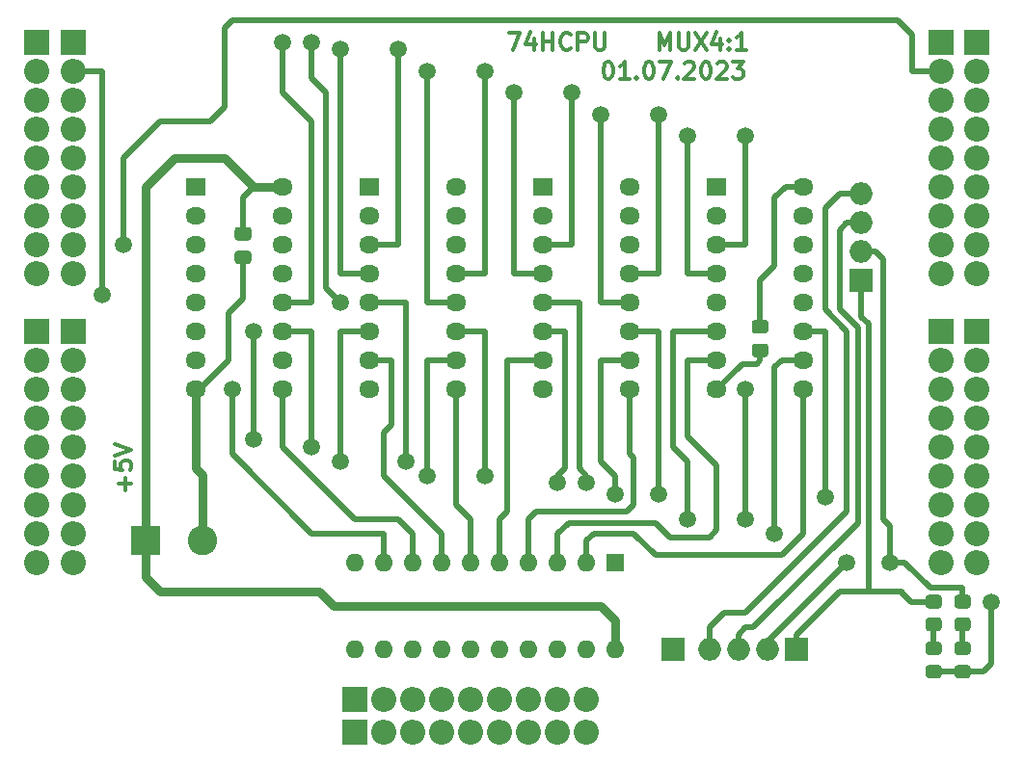
<source format=gbr>
%TF.GenerationSoftware,KiCad,Pcbnew,(5.1.8)-1*%
%TF.CreationDate,2023-07-01T01:21:54+03:00*%
%TF.ProjectId,MUX4x1,4d555834-7831-42e6-9b69-6361645f7063,rev?*%
%TF.SameCoordinates,Original*%
%TF.FileFunction,Copper,L1,Top*%
%TF.FilePolarity,Positive*%
%FSLAX46Y46*%
G04 Gerber Fmt 4.6, Leading zero omitted, Abs format (unit mm)*
G04 Created by KiCad (PCBNEW (5.1.8)-1) date 2023-07-01 01:21:54*
%MOMM*%
%LPD*%
G01*
G04 APERTURE LIST*
%TA.AperFunction,NonConductor*%
%ADD10C,0.300000*%
%TD*%
%TA.AperFunction,ComponentPad*%
%ADD11O,2.000000X2.000000*%
%TD*%
%TA.AperFunction,ComponentPad*%
%ADD12R,2.000000X2.000000*%
%TD*%
%TA.AperFunction,ComponentPad*%
%ADD13O,2.200000X2.200000*%
%TD*%
%TA.AperFunction,ComponentPad*%
%ADD14R,2.200000X2.200000*%
%TD*%
%TA.AperFunction,ComponentPad*%
%ADD15O,1.800000X1.500000*%
%TD*%
%TA.AperFunction,ComponentPad*%
%ADD16R,1.800000X1.500000*%
%TD*%
%TA.AperFunction,ComponentPad*%
%ADD17R,2.600000X2.600000*%
%TD*%
%TA.AperFunction,ComponentPad*%
%ADD18C,2.600000*%
%TD*%
%TA.AperFunction,ComponentPad*%
%ADD19R,1.600000X1.600000*%
%TD*%
%TA.AperFunction,ComponentPad*%
%ADD20O,1.600000X1.600000*%
%TD*%
%TA.AperFunction,ViaPad*%
%ADD21C,1.500000*%
%TD*%
%TA.AperFunction,Conductor*%
%ADD22C,0.800000*%
%TD*%
%TA.AperFunction,Conductor*%
%ADD23C,0.500000*%
%TD*%
G04 APERTURE END LIST*
D10*
X81387142Y-100353571D02*
X81387142Y-99210714D01*
X81958571Y-99782142D02*
X80815714Y-99782142D01*
X80458571Y-97782142D02*
X80458571Y-98496428D01*
X81172857Y-98567857D01*
X81101428Y-98496428D01*
X81030000Y-98353571D01*
X81030000Y-97996428D01*
X81101428Y-97853571D01*
X81172857Y-97782142D01*
X81315714Y-97710714D01*
X81672857Y-97710714D01*
X81815714Y-97782142D01*
X81887142Y-97853571D01*
X81958571Y-97996428D01*
X81958571Y-98353571D01*
X81887142Y-98496428D01*
X81815714Y-98567857D01*
X80458571Y-97282142D02*
X81958571Y-96782142D01*
X80458571Y-96282142D01*
X123754285Y-62678571D02*
X123897142Y-62678571D01*
X124040000Y-62750000D01*
X124111428Y-62821428D01*
X124182857Y-62964285D01*
X124254285Y-63250000D01*
X124254285Y-63607142D01*
X124182857Y-63892857D01*
X124111428Y-64035714D01*
X124040000Y-64107142D01*
X123897142Y-64178571D01*
X123754285Y-64178571D01*
X123611428Y-64107142D01*
X123540000Y-64035714D01*
X123468571Y-63892857D01*
X123397142Y-63607142D01*
X123397142Y-63250000D01*
X123468571Y-62964285D01*
X123540000Y-62821428D01*
X123611428Y-62750000D01*
X123754285Y-62678571D01*
X125682857Y-64178571D02*
X124825714Y-64178571D01*
X125254285Y-64178571D02*
X125254285Y-62678571D01*
X125111428Y-62892857D01*
X124968571Y-63035714D01*
X124825714Y-63107142D01*
X126325714Y-64035714D02*
X126397142Y-64107142D01*
X126325714Y-64178571D01*
X126254285Y-64107142D01*
X126325714Y-64035714D01*
X126325714Y-64178571D01*
X127325714Y-62678571D02*
X127468571Y-62678571D01*
X127611428Y-62750000D01*
X127682857Y-62821428D01*
X127754285Y-62964285D01*
X127825714Y-63250000D01*
X127825714Y-63607142D01*
X127754285Y-63892857D01*
X127682857Y-64035714D01*
X127611428Y-64107142D01*
X127468571Y-64178571D01*
X127325714Y-64178571D01*
X127182857Y-64107142D01*
X127111428Y-64035714D01*
X127040000Y-63892857D01*
X126968571Y-63607142D01*
X126968571Y-63250000D01*
X127040000Y-62964285D01*
X127111428Y-62821428D01*
X127182857Y-62750000D01*
X127325714Y-62678571D01*
X128325714Y-62678571D02*
X129325714Y-62678571D01*
X128682857Y-64178571D01*
X129897142Y-64035714D02*
X129968571Y-64107142D01*
X129897142Y-64178571D01*
X129825714Y-64107142D01*
X129897142Y-64035714D01*
X129897142Y-64178571D01*
X130540000Y-62821428D02*
X130611428Y-62750000D01*
X130754285Y-62678571D01*
X131111428Y-62678571D01*
X131254285Y-62750000D01*
X131325714Y-62821428D01*
X131397142Y-62964285D01*
X131397142Y-63107142D01*
X131325714Y-63321428D01*
X130468571Y-64178571D01*
X131397142Y-64178571D01*
X132325714Y-62678571D02*
X132468571Y-62678571D01*
X132611428Y-62750000D01*
X132682857Y-62821428D01*
X132754285Y-62964285D01*
X132825714Y-63250000D01*
X132825714Y-63607142D01*
X132754285Y-63892857D01*
X132682857Y-64035714D01*
X132611428Y-64107142D01*
X132468571Y-64178571D01*
X132325714Y-64178571D01*
X132182857Y-64107142D01*
X132111428Y-64035714D01*
X132040000Y-63892857D01*
X131968571Y-63607142D01*
X131968571Y-63250000D01*
X132040000Y-62964285D01*
X132111428Y-62821428D01*
X132182857Y-62750000D01*
X132325714Y-62678571D01*
X133397142Y-62821428D02*
X133468571Y-62750000D01*
X133611428Y-62678571D01*
X133968571Y-62678571D01*
X134111428Y-62750000D01*
X134182857Y-62821428D01*
X134254285Y-62964285D01*
X134254285Y-63107142D01*
X134182857Y-63321428D01*
X133325714Y-64178571D01*
X134254285Y-64178571D01*
X134754285Y-62678571D02*
X135682857Y-62678571D01*
X135182857Y-63250000D01*
X135397142Y-63250000D01*
X135540000Y-63321428D01*
X135611428Y-63392857D01*
X135682857Y-63535714D01*
X135682857Y-63892857D01*
X135611428Y-64035714D01*
X135540000Y-64107142D01*
X135397142Y-64178571D01*
X134968571Y-64178571D01*
X134825714Y-64107142D01*
X134754285Y-64035714D01*
X128294285Y-61638571D02*
X128294285Y-60138571D01*
X128794285Y-61210000D01*
X129294285Y-60138571D01*
X129294285Y-61638571D01*
X130008571Y-60138571D02*
X130008571Y-61352857D01*
X130080000Y-61495714D01*
X130151428Y-61567142D01*
X130294285Y-61638571D01*
X130580000Y-61638571D01*
X130722857Y-61567142D01*
X130794285Y-61495714D01*
X130865714Y-61352857D01*
X130865714Y-60138571D01*
X131437142Y-60138571D02*
X132437142Y-61638571D01*
X132437142Y-60138571D02*
X131437142Y-61638571D01*
X133651428Y-60638571D02*
X133651428Y-61638571D01*
X133294285Y-60067142D02*
X132937142Y-61138571D01*
X133865714Y-61138571D01*
X134437142Y-61495714D02*
X134508571Y-61567142D01*
X134437142Y-61638571D01*
X134365714Y-61567142D01*
X134437142Y-61495714D01*
X134437142Y-61638571D01*
X134437142Y-60710000D02*
X134508571Y-60781428D01*
X134437142Y-60852857D01*
X134365714Y-60781428D01*
X134437142Y-60710000D01*
X134437142Y-60852857D01*
X135937142Y-61638571D02*
X135080000Y-61638571D01*
X135508571Y-61638571D02*
X135508571Y-60138571D01*
X135365714Y-60352857D01*
X135222857Y-60495714D01*
X135080000Y-60567142D01*
X115094285Y-60138571D02*
X116094285Y-60138571D01*
X115451428Y-61638571D01*
X117308571Y-60638571D02*
X117308571Y-61638571D01*
X116951428Y-60067142D02*
X116594285Y-61138571D01*
X117522857Y-61138571D01*
X118094285Y-61638571D02*
X118094285Y-60138571D01*
X118094285Y-60852857D02*
X118951428Y-60852857D01*
X118951428Y-61638571D02*
X118951428Y-60138571D01*
X120522857Y-61495714D02*
X120451428Y-61567142D01*
X120237142Y-61638571D01*
X120094285Y-61638571D01*
X119880000Y-61567142D01*
X119737142Y-61424285D01*
X119665714Y-61281428D01*
X119594285Y-60995714D01*
X119594285Y-60781428D01*
X119665714Y-60495714D01*
X119737142Y-60352857D01*
X119880000Y-60210000D01*
X120094285Y-60138571D01*
X120237142Y-60138571D01*
X120451428Y-60210000D01*
X120522857Y-60281428D01*
X121165714Y-61638571D02*
X121165714Y-60138571D01*
X121737142Y-60138571D01*
X121880000Y-60210000D01*
X121951428Y-60281428D01*
X122022857Y-60424285D01*
X122022857Y-60638571D01*
X121951428Y-60781428D01*
X121880000Y-60852857D01*
X121737142Y-60924285D01*
X121165714Y-60924285D01*
X122665714Y-60138571D02*
X122665714Y-61352857D01*
X122737142Y-61495714D01*
X122808571Y-61567142D01*
X122951428Y-61638571D01*
X123237142Y-61638571D01*
X123380000Y-61567142D01*
X123451428Y-61495714D01*
X123522857Y-61352857D01*
X123522857Y-60138571D01*
D11*
%TO.P,J14,4*%
%TO.N,/~EL*%
X132715000Y-114300000D03*
%TO.P,J14,3*%
%TO.N,/~EH*%
X135255000Y-114300000D03*
%TO.P,J14,2*%
%TO.N,/S1*%
X137795000Y-114300000D03*
D12*
%TO.P,J14,1*%
%TO.N,/S0*%
X140335000Y-114300000D03*
%TD*%
D11*
%TO.P,J7,4*%
%TO.N,/~EL*%
X146050000Y-74295000D03*
%TO.P,J7,3*%
%TO.N,/~EH*%
X146050000Y-76835000D03*
%TO.P,J7,2*%
%TO.N,/S1*%
X146050000Y-79375000D03*
D12*
%TO.P,J7,1*%
%TO.N,/S0*%
X146050000Y-81915000D03*
%TD*%
%TO.P,J13,1*%
%TO.N,/~OE*%
X129540000Y-114300000D03*
%TD*%
%TO.P,C2,2*%
%TO.N,GND*%
%TA.AperFunction,SMDPad,CuDef*%
G36*
G01*
X136685000Y-87445000D02*
X137635000Y-87445000D01*
G75*
G02*
X137885000Y-87695000I0J-250000D01*
G01*
X137885000Y-88370000D01*
G75*
G02*
X137635000Y-88620000I-250000J0D01*
G01*
X136685000Y-88620000D01*
G75*
G02*
X136435000Y-88370000I0J250000D01*
G01*
X136435000Y-87695000D01*
G75*
G02*
X136685000Y-87445000I250000J0D01*
G01*
G37*
%TD.AperFunction*%
%TO.P,C2,1*%
%TO.N,VCC*%
%TA.AperFunction,SMDPad,CuDef*%
G36*
G01*
X136685000Y-85370000D02*
X137635000Y-85370000D01*
G75*
G02*
X137885000Y-85620000I0J-250000D01*
G01*
X137885000Y-86295000D01*
G75*
G02*
X137635000Y-86545000I-250000J0D01*
G01*
X136685000Y-86545000D01*
G75*
G02*
X136435000Y-86295000I0J250000D01*
G01*
X136435000Y-85620000D01*
G75*
G02*
X136685000Y-85370000I250000J0D01*
G01*
G37*
%TD.AperFunction*%
%TD*%
%TO.P,C1,2*%
%TO.N,GND*%
%TA.AperFunction,SMDPad,CuDef*%
G36*
G01*
X91282500Y-79275000D02*
X92232500Y-79275000D01*
G75*
G02*
X92482500Y-79525000I0J-250000D01*
G01*
X92482500Y-80200000D01*
G75*
G02*
X92232500Y-80450000I-250000J0D01*
G01*
X91282500Y-80450000D01*
G75*
G02*
X91032500Y-80200000I0J250000D01*
G01*
X91032500Y-79525000D01*
G75*
G02*
X91282500Y-79275000I250000J0D01*
G01*
G37*
%TD.AperFunction*%
%TO.P,C1,1*%
%TO.N,VCC*%
%TA.AperFunction,SMDPad,CuDef*%
G36*
G01*
X91282500Y-77200000D02*
X92232500Y-77200000D01*
G75*
G02*
X92482500Y-77450000I0J-250000D01*
G01*
X92482500Y-78125000D01*
G75*
G02*
X92232500Y-78375000I-250000J0D01*
G01*
X91282500Y-78375000D01*
G75*
G02*
X91032500Y-78125000I0J250000D01*
G01*
X91032500Y-77450000D01*
G75*
G02*
X91282500Y-77200000I250000J0D01*
G01*
G37*
%TD.AperFunction*%
%TD*%
D13*
%TO.P,J12,9*%
%TO.N,/BUS7*%
X121920000Y-121602500D03*
%TO.P,J12,8*%
%TO.N,/BUS6*%
X119380000Y-121602500D03*
%TO.P,J12,7*%
%TO.N,/BUS5*%
X116840000Y-121602500D03*
%TO.P,J12,6*%
%TO.N,/BUS4*%
X114300000Y-121602500D03*
%TO.P,J12,5*%
%TO.N,/BUS3*%
X111760000Y-121602500D03*
%TO.P,J12,4*%
%TO.N,/BUS2*%
X109220000Y-121602500D03*
%TO.P,J12,3*%
%TO.N,/BUS1*%
X106680000Y-121602500D03*
%TO.P,J12,2*%
%TO.N,/BUS0*%
X104140000Y-121602500D03*
D14*
%TO.P,J12,1*%
%TO.N,GND*%
X101600000Y-121602500D03*
%TD*%
D13*
%TO.P,J11,9*%
%TO.N,/D7*%
X156210000Y-81280000D03*
%TO.P,J11,8*%
%TO.N,/D6*%
X156210000Y-78740000D03*
%TO.P,J11,7*%
%TO.N,/D5*%
X156210000Y-76200000D03*
%TO.P,J11,6*%
%TO.N,/D4*%
X156210000Y-73660000D03*
%TO.P,J11,5*%
%TO.N,/D3*%
X156210000Y-71120000D03*
%TO.P,J11,4*%
%TO.N,/D2*%
X156210000Y-68580000D03*
%TO.P,J11,3*%
%TO.N,/D1*%
X156210000Y-66040000D03*
%TO.P,J11,2*%
%TO.N,/D0*%
X156210000Y-63500000D03*
D14*
%TO.P,J11,1*%
%TO.N,GND*%
X156210000Y-60960000D03*
%TD*%
D13*
%TO.P,J10,9*%
%TO.N,/C7*%
X73660000Y-81280000D03*
%TO.P,J10,8*%
%TO.N,/C6*%
X73660000Y-78740000D03*
%TO.P,J10,7*%
%TO.N,/C5*%
X73660000Y-76200000D03*
%TO.P,J10,6*%
%TO.N,/C4*%
X73660000Y-73660000D03*
%TO.P,J10,5*%
%TO.N,/C3*%
X73660000Y-71120000D03*
%TO.P,J10,4*%
%TO.N,/C2*%
X73660000Y-68580000D03*
%TO.P,J10,3*%
%TO.N,/C1*%
X73660000Y-66040000D03*
%TO.P,J10,2*%
%TO.N,/C0*%
X73660000Y-63500000D03*
D14*
%TO.P,J10,1*%
%TO.N,GND*%
X73660000Y-60960000D03*
%TD*%
D13*
%TO.P,J9,9*%
%TO.N,/B7*%
X156210000Y-106680000D03*
%TO.P,J9,8*%
%TO.N,/B6*%
X156210000Y-104140000D03*
%TO.P,J9,7*%
%TO.N,/B5*%
X156210000Y-101600000D03*
%TO.P,J9,6*%
%TO.N,/B4*%
X156210000Y-99060000D03*
%TO.P,J9,5*%
%TO.N,/B3*%
X156210000Y-96520000D03*
%TO.P,J9,4*%
%TO.N,/B2*%
X156210000Y-93980000D03*
%TO.P,J9,3*%
%TO.N,/B1*%
X156210000Y-91440000D03*
%TO.P,J9,2*%
%TO.N,/B0*%
X156210000Y-88900000D03*
D14*
%TO.P,J9,1*%
%TO.N,GND*%
X156210000Y-86360000D03*
%TD*%
D13*
%TO.P,J8,9*%
%TO.N,/A7*%
X73660000Y-106680000D03*
%TO.P,J8,8*%
%TO.N,/A6*%
X73660000Y-104140000D03*
%TO.P,J8,7*%
%TO.N,/A5*%
X73660000Y-101600000D03*
%TO.P,J8,6*%
%TO.N,/A4*%
X73660000Y-99060000D03*
%TO.P,J8,5*%
%TO.N,/A3*%
X73660000Y-96520000D03*
%TO.P,J8,4*%
%TO.N,/A2*%
X73660000Y-93980000D03*
%TO.P,J8,3*%
%TO.N,/A1*%
X73660000Y-91440000D03*
%TO.P,J8,2*%
%TO.N,/A0*%
X73660000Y-88900000D03*
D14*
%TO.P,J8,1*%
%TO.N,GND*%
X73660000Y-86360000D03*
%TD*%
D15*
%TO.P,U2,16*%
%TO.N,VCC*%
X110490000Y-73660000D03*
%TO.P,U2,8*%
%TO.N,GND*%
X102870000Y-91440000D03*
%TO.P,U2,15*%
%TO.N,/~EL*%
X110490000Y-76200000D03*
%TO.P,U2,7*%
%TO.N,/O2*%
X102870000Y-88900000D03*
%TO.P,U2,14*%
%TO.N,/S0*%
X110490000Y-78740000D03*
%TO.P,U2,6*%
%TO.N,/A2*%
X102870000Y-86360000D03*
%TO.P,U2,13*%
%TO.N,/D3*%
X110490000Y-81280000D03*
%TO.P,U2,5*%
%TO.N,/B2*%
X102870000Y-83820000D03*
%TO.P,U2,12*%
%TO.N,/C3*%
X110490000Y-83820000D03*
%TO.P,U2,4*%
%TO.N,/C2*%
X102870000Y-81280000D03*
%TO.P,U2,11*%
%TO.N,/B3*%
X110490000Y-86360000D03*
%TO.P,U2,3*%
%TO.N,/D2*%
X102870000Y-78740000D03*
%TO.P,U2,10*%
%TO.N,/A3*%
X110490000Y-88900000D03*
%TO.P,U2,2*%
%TO.N,/S1*%
X102870000Y-76200000D03*
%TO.P,U2,9*%
%TO.N,/O3*%
X110490000Y-91440000D03*
D16*
%TO.P,U2,1*%
%TO.N,/~EL*%
X102870000Y-73660000D03*
%TD*%
D17*
%TO.P,J1,1*%
%TO.N,VCC*%
X83185000Y-104775000D03*
D18*
%TO.P,J1,2*%
%TO.N,GND*%
X88185000Y-104775000D03*
%TD*%
D14*
%TO.P,J2,1*%
%TO.N,GND*%
X76835000Y-86360000D03*
D13*
%TO.P,J2,2*%
%TO.N,/A0*%
X76835000Y-88900000D03*
%TO.P,J2,3*%
%TO.N,/A1*%
X76835000Y-91440000D03*
%TO.P,J2,4*%
%TO.N,/A2*%
X76835000Y-93980000D03*
%TO.P,J2,5*%
%TO.N,/A3*%
X76835000Y-96520000D03*
%TO.P,J2,6*%
%TO.N,/A4*%
X76835000Y-99060000D03*
%TO.P,J2,7*%
%TO.N,/A5*%
X76835000Y-101600000D03*
%TO.P,J2,8*%
%TO.N,/A6*%
X76835000Y-104140000D03*
%TO.P,J2,9*%
%TO.N,/A7*%
X76835000Y-106680000D03*
%TD*%
%TO.P,J3,9*%
%TO.N,/B7*%
X153035000Y-106680000D03*
%TO.P,J3,8*%
%TO.N,/B6*%
X153035000Y-104140000D03*
%TO.P,J3,7*%
%TO.N,/B5*%
X153035000Y-101600000D03*
%TO.P,J3,6*%
%TO.N,/B4*%
X153035000Y-99060000D03*
%TO.P,J3,5*%
%TO.N,/B3*%
X153035000Y-96520000D03*
%TO.P,J3,4*%
%TO.N,/B2*%
X153035000Y-93980000D03*
%TO.P,J3,3*%
%TO.N,/B1*%
X153035000Y-91440000D03*
%TO.P,J3,2*%
%TO.N,/B0*%
X153035000Y-88900000D03*
D14*
%TO.P,J3,1*%
%TO.N,GND*%
X153035000Y-86360000D03*
%TD*%
%TO.P,J4,1*%
%TO.N,GND*%
X76835000Y-60960000D03*
D13*
%TO.P,J4,2*%
%TO.N,/C0*%
X76835000Y-63500000D03*
%TO.P,J4,3*%
%TO.N,/C1*%
X76835000Y-66040000D03*
%TO.P,J4,4*%
%TO.N,/C2*%
X76835000Y-68580000D03*
%TO.P,J4,5*%
%TO.N,/C3*%
X76835000Y-71120000D03*
%TO.P,J4,6*%
%TO.N,/C4*%
X76835000Y-73660000D03*
%TO.P,J4,7*%
%TO.N,/C5*%
X76835000Y-76200000D03*
%TO.P,J4,8*%
%TO.N,/C6*%
X76835000Y-78740000D03*
%TO.P,J4,9*%
%TO.N,/C7*%
X76835000Y-81280000D03*
%TD*%
%TO.P,J5,9*%
%TO.N,/D7*%
X153035000Y-81280000D03*
%TO.P,J5,8*%
%TO.N,/D6*%
X153035000Y-78740000D03*
%TO.P,J5,7*%
%TO.N,/D5*%
X153035000Y-76200000D03*
%TO.P,J5,6*%
%TO.N,/D4*%
X153035000Y-73660000D03*
%TO.P,J5,5*%
%TO.N,/D3*%
X153035000Y-71120000D03*
%TO.P,J5,4*%
%TO.N,/D2*%
X153035000Y-68580000D03*
%TO.P,J5,3*%
%TO.N,/D1*%
X153035000Y-66040000D03*
%TO.P,J5,2*%
%TO.N,/D0*%
X153035000Y-63500000D03*
D14*
%TO.P,J5,1*%
%TO.N,GND*%
X153035000Y-60960000D03*
%TD*%
%TO.P,J6,1*%
%TO.N,GND*%
X101600000Y-118745000D03*
D13*
%TO.P,J6,2*%
%TO.N,/BUS0*%
X104140000Y-118745000D03*
%TO.P,J6,3*%
%TO.N,/BUS1*%
X106680000Y-118745000D03*
%TO.P,J6,4*%
%TO.N,/BUS2*%
X109220000Y-118745000D03*
%TO.P,J6,5*%
%TO.N,/BUS3*%
X111760000Y-118745000D03*
%TO.P,J6,6*%
%TO.N,/BUS4*%
X114300000Y-118745000D03*
%TO.P,J6,7*%
%TO.N,/BUS5*%
X116840000Y-118745000D03*
%TO.P,J6,8*%
%TO.N,/BUS6*%
X119380000Y-118745000D03*
%TO.P,J6,9*%
%TO.N,/BUS7*%
X121920000Y-118745000D03*
%TD*%
D16*
%TO.P,U1,1*%
%TO.N,/~EL*%
X87630000Y-73660000D03*
D15*
%TO.P,U1,9*%
%TO.N,/O1*%
X95250000Y-91440000D03*
%TO.P,U1,2*%
%TO.N,/S1*%
X87630000Y-76200000D03*
%TO.P,U1,10*%
%TO.N,/A1*%
X95250000Y-88900000D03*
%TO.P,U1,3*%
%TO.N,/D0*%
X87630000Y-78740000D03*
%TO.P,U1,11*%
%TO.N,/B1*%
X95250000Y-86360000D03*
%TO.P,U1,4*%
%TO.N,/C0*%
X87630000Y-81280000D03*
%TO.P,U1,12*%
%TO.N,/C1*%
X95250000Y-83820000D03*
%TO.P,U1,5*%
%TO.N,/B0*%
X87630000Y-83820000D03*
%TO.P,U1,13*%
%TO.N,/D1*%
X95250000Y-81280000D03*
%TO.P,U1,6*%
%TO.N,/A0*%
X87630000Y-86360000D03*
%TO.P,U1,14*%
%TO.N,/S0*%
X95250000Y-78740000D03*
%TO.P,U1,7*%
%TO.N,/O0*%
X87630000Y-88900000D03*
%TO.P,U1,15*%
%TO.N,/~EL*%
X95250000Y-76200000D03*
%TO.P,U1,8*%
%TO.N,GND*%
X87630000Y-91440000D03*
%TO.P,U1,16*%
%TO.N,VCC*%
X95250000Y-73660000D03*
%TD*%
D16*
%TO.P,U3,1*%
%TO.N,/~EH*%
X118110000Y-73660000D03*
D15*
%TO.P,U3,9*%
%TO.N,/O5*%
X125730000Y-91440000D03*
%TO.P,U3,2*%
%TO.N,/S1*%
X118110000Y-76200000D03*
%TO.P,U3,10*%
%TO.N,/A5*%
X125730000Y-88900000D03*
%TO.P,U3,3*%
%TO.N,/D4*%
X118110000Y-78740000D03*
%TO.P,U3,11*%
%TO.N,/B5*%
X125730000Y-86360000D03*
%TO.P,U3,4*%
%TO.N,/C4*%
X118110000Y-81280000D03*
%TO.P,U3,12*%
%TO.N,/C5*%
X125730000Y-83820000D03*
%TO.P,U3,5*%
%TO.N,/B4*%
X118110000Y-83820000D03*
%TO.P,U3,13*%
%TO.N,/D5*%
X125730000Y-81280000D03*
%TO.P,U3,6*%
%TO.N,/A4*%
X118110000Y-86360000D03*
%TO.P,U3,14*%
%TO.N,/S0*%
X125730000Y-78740000D03*
%TO.P,U3,7*%
%TO.N,/O4*%
X118110000Y-88900000D03*
%TO.P,U3,15*%
%TO.N,/~EH*%
X125730000Y-76200000D03*
%TO.P,U3,8*%
%TO.N,GND*%
X118110000Y-91440000D03*
%TO.P,U3,16*%
%TO.N,VCC*%
X125730000Y-73660000D03*
%TD*%
%TO.P,U4,16*%
%TO.N,VCC*%
X140970000Y-73660000D03*
%TO.P,U4,8*%
%TO.N,GND*%
X133350000Y-91440000D03*
%TO.P,U4,15*%
%TO.N,/~EH*%
X140970000Y-76200000D03*
%TO.P,U4,7*%
%TO.N,/O6*%
X133350000Y-88900000D03*
%TO.P,U4,14*%
%TO.N,/S0*%
X140970000Y-78740000D03*
%TO.P,U4,6*%
%TO.N,/A6*%
X133350000Y-86360000D03*
%TO.P,U4,13*%
%TO.N,/D7*%
X140970000Y-81280000D03*
%TO.P,U4,5*%
%TO.N,/B6*%
X133350000Y-83820000D03*
%TO.P,U4,12*%
%TO.N,/C7*%
X140970000Y-83820000D03*
%TO.P,U4,4*%
%TO.N,/C6*%
X133350000Y-81280000D03*
%TO.P,U4,11*%
%TO.N,/B7*%
X140970000Y-86360000D03*
%TO.P,U4,3*%
%TO.N,/D6*%
X133350000Y-78740000D03*
%TO.P,U4,10*%
%TO.N,/A7*%
X140970000Y-88900000D03*
%TO.P,U4,2*%
%TO.N,/S1*%
X133350000Y-76200000D03*
%TO.P,U4,9*%
%TO.N,/O7*%
X140970000Y-91440000D03*
D16*
%TO.P,U4,1*%
%TO.N,/~EH*%
X133350000Y-73660000D03*
%TD*%
%TO.P,D1,1*%
%TO.N,GND*%
%TA.AperFunction,SMDPad,CuDef*%
G36*
G01*
X152850001Y-116852500D02*
X151949999Y-116852500D01*
G75*
G02*
X151700000Y-116602501I0J249999D01*
G01*
X151700000Y-115952499D01*
G75*
G02*
X151949999Y-115702500I249999J0D01*
G01*
X152850001Y-115702500D01*
G75*
G02*
X153100000Y-115952499I0J-249999D01*
G01*
X153100000Y-116602501D01*
G75*
G02*
X152850001Y-116852500I-249999J0D01*
G01*
G37*
%TD.AperFunction*%
%TO.P,D1,2*%
%TO.N,Net-(D1-Pad2)*%
%TA.AperFunction,SMDPad,CuDef*%
G36*
G01*
X152850001Y-114802500D02*
X151949999Y-114802500D01*
G75*
G02*
X151700000Y-114552501I0J249999D01*
G01*
X151700000Y-113902499D01*
G75*
G02*
X151949999Y-113652500I249999J0D01*
G01*
X152850001Y-113652500D01*
G75*
G02*
X153100000Y-113902499I0J-249999D01*
G01*
X153100000Y-114552501D01*
G75*
G02*
X152850001Y-114802500I-249999J0D01*
G01*
G37*
%TD.AperFunction*%
%TD*%
%TO.P,D2,2*%
%TO.N,Net-(D2-Pad2)*%
%TA.AperFunction,SMDPad,CuDef*%
G36*
G01*
X155390001Y-114802500D02*
X154489999Y-114802500D01*
G75*
G02*
X154240000Y-114552501I0J249999D01*
G01*
X154240000Y-113902499D01*
G75*
G02*
X154489999Y-113652500I249999J0D01*
G01*
X155390001Y-113652500D01*
G75*
G02*
X155640000Y-113902499I0J-249999D01*
G01*
X155640000Y-114552501D01*
G75*
G02*
X155390001Y-114802500I-249999J0D01*
G01*
G37*
%TD.AperFunction*%
%TO.P,D2,1*%
%TO.N,GND*%
%TA.AperFunction,SMDPad,CuDef*%
G36*
G01*
X155390001Y-116852500D02*
X154489999Y-116852500D01*
G75*
G02*
X154240000Y-116602501I0J249999D01*
G01*
X154240000Y-115952499D01*
G75*
G02*
X154489999Y-115702500I249999J0D01*
G01*
X155390001Y-115702500D01*
G75*
G02*
X155640000Y-115952499I0J-249999D01*
G01*
X155640000Y-116602501D01*
G75*
G02*
X155390001Y-116852500I-249999J0D01*
G01*
G37*
%TD.AperFunction*%
%TD*%
%TO.P,R2,2*%
%TO.N,/S0*%
%TA.AperFunction,SMDPad,CuDef*%
G36*
G01*
X152850001Y-110725000D02*
X151949999Y-110725000D01*
G75*
G02*
X151700000Y-110475001I0J249999D01*
G01*
X151700000Y-109774999D01*
G75*
G02*
X151949999Y-109525000I249999J0D01*
G01*
X152850001Y-109525000D01*
G75*
G02*
X153100000Y-109774999I0J-249999D01*
G01*
X153100000Y-110475001D01*
G75*
G02*
X152850001Y-110725000I-249999J0D01*
G01*
G37*
%TD.AperFunction*%
%TO.P,R2,1*%
%TO.N,Net-(D1-Pad2)*%
%TA.AperFunction,SMDPad,CuDef*%
G36*
G01*
X152850001Y-112725000D02*
X151949999Y-112725000D01*
G75*
G02*
X151700000Y-112475001I0J249999D01*
G01*
X151700000Y-111774999D01*
G75*
G02*
X151949999Y-111525000I249999J0D01*
G01*
X152850001Y-111525000D01*
G75*
G02*
X153100000Y-111774999I0J-249999D01*
G01*
X153100000Y-112475001D01*
G75*
G02*
X152850001Y-112725000I-249999J0D01*
G01*
G37*
%TD.AperFunction*%
%TD*%
%TO.P,R3,1*%
%TO.N,Net-(D2-Pad2)*%
%TA.AperFunction,SMDPad,CuDef*%
G36*
G01*
X155390001Y-112725000D02*
X154489999Y-112725000D01*
G75*
G02*
X154240000Y-112475001I0J249999D01*
G01*
X154240000Y-111774999D01*
G75*
G02*
X154489999Y-111525000I249999J0D01*
G01*
X155390001Y-111525000D01*
G75*
G02*
X155640000Y-111774999I0J-249999D01*
G01*
X155640000Y-112475001D01*
G75*
G02*
X155390001Y-112725000I-249999J0D01*
G01*
G37*
%TD.AperFunction*%
%TO.P,R3,2*%
%TO.N,/S1*%
%TA.AperFunction,SMDPad,CuDef*%
G36*
G01*
X155390001Y-110725000D02*
X154489999Y-110725000D01*
G75*
G02*
X154240000Y-110475001I0J249999D01*
G01*
X154240000Y-109774999D01*
G75*
G02*
X154489999Y-109525000I249999J0D01*
G01*
X155390001Y-109525000D01*
G75*
G02*
X155640000Y-109774999I0J-249999D01*
G01*
X155640000Y-110475001D01*
G75*
G02*
X155390001Y-110725000I-249999J0D01*
G01*
G37*
%TD.AperFunction*%
%TD*%
D19*
%TO.P,U5,1*%
%TO.N,Net-(R4-Pad1)*%
X124460000Y-106680000D03*
D20*
%TO.P,U5,11*%
%TO.N,/BUS0*%
X101600000Y-114300000D03*
%TO.P,U5,2*%
%TO.N,/O7*%
X121920000Y-106680000D03*
%TO.P,U5,12*%
%TO.N,/BUS1*%
X104140000Y-114300000D03*
%TO.P,U5,3*%
%TO.N,/O6*%
X119380000Y-106680000D03*
%TO.P,U5,13*%
%TO.N,/BUS2*%
X106680000Y-114300000D03*
%TO.P,U5,4*%
%TO.N,/O5*%
X116840000Y-106680000D03*
%TO.P,U5,14*%
%TO.N,/BUS3*%
X109220000Y-114300000D03*
%TO.P,U5,5*%
%TO.N,/O4*%
X114300000Y-106680000D03*
%TO.P,U5,15*%
%TO.N,/BUS4*%
X111760000Y-114300000D03*
%TO.P,U5,6*%
%TO.N,/O3*%
X111760000Y-106680000D03*
%TO.P,U5,16*%
%TO.N,/BUS5*%
X114300000Y-114300000D03*
%TO.P,U5,7*%
%TO.N,/O2*%
X109220000Y-106680000D03*
%TO.P,U5,17*%
%TO.N,/BUS6*%
X116840000Y-114300000D03*
%TO.P,U5,8*%
%TO.N,/O1*%
X106680000Y-106680000D03*
%TO.P,U5,18*%
%TO.N,/BUS7*%
X119380000Y-114300000D03*
%TO.P,U5,9*%
%TO.N,/O0*%
X104140000Y-106680000D03*
%TO.P,U5,19*%
%TO.N,/~OE*%
X121920000Y-114300000D03*
%TO.P,U5,10*%
%TO.N,GND*%
X101600000Y-106680000D03*
%TO.P,U5,20*%
%TO.N,VCC*%
X124460000Y-114300000D03*
%TD*%
D21*
%TO.N,GND*%
X157480000Y-110172500D03*
%TO.N,/A2*%
X100330000Y-97790000D03*
%TO.N,/A3*%
X107950000Y-99060000D03*
%TO.N,/A4*%
X119380000Y-99695000D03*
%TO.N,/A5*%
X124460000Y-100647500D03*
%TO.N,/A6*%
X130810000Y-102870000D03*
%TO.N,/A7*%
X138430000Y-104140000D03*
%TO.N,/B7*%
X142875000Y-100965000D03*
%TO.N,/B6*%
X135890000Y-102870000D03*
X135890000Y-91440000D03*
%TO.N,/B5*%
X128270000Y-100647500D03*
%TO.N,/B4*%
X121920000Y-99695000D03*
%TO.N,/B3*%
X113030000Y-99060000D03*
%TO.N,/B2*%
X106045000Y-97790000D03*
%TO.N,/B1*%
X97790000Y-96520000D03*
%TO.N,/B0*%
X92710000Y-95885000D03*
X92710000Y-86360000D03*
%TO.N,/C0*%
X79375000Y-83185000D03*
%TO.N,/C1*%
X95250000Y-60960000D03*
%TO.N,/C2*%
X100330000Y-61595000D03*
%TO.N,/C3*%
X107950000Y-63500000D03*
%TO.N,/C4*%
X115570000Y-65405000D03*
%TO.N,/C5*%
X123190000Y-67310000D03*
%TO.N,/C6*%
X130810000Y-69215000D03*
%TO.N,/D6*%
X135890000Y-69215000D03*
%TO.N,/D5*%
X128270000Y-67310000D03*
%TO.N,/D4*%
X120650000Y-65405000D03*
%TO.N,/D3*%
X113030000Y-63500000D03*
%TO.N,/D2*%
X105410000Y-61595000D03*
%TO.N,/D1*%
X97790000Y-60960000D03*
X100330000Y-83820000D03*
%TO.N,/D0*%
X81280000Y-78740000D03*
%TO.N,/O0*%
X90805000Y-91440000D03*
%TO.N,/S1*%
X148590000Y-106680000D03*
X144780000Y-106680000D03*
%TD*%
D22*
%TO.N,VCC*%
X83185000Y-73660000D02*
X85725000Y-71120000D01*
X92710000Y-73660000D02*
X90170000Y-71120000D01*
X95250000Y-73660000D02*
X92710000Y-73660000D01*
X85725000Y-71120000D02*
X90170000Y-71120000D01*
X83185000Y-93980000D02*
X83185000Y-73660000D01*
X83185000Y-104775000D02*
X83185000Y-93980000D01*
D23*
X91757500Y-74612500D02*
X92710000Y-73660000D01*
X91757500Y-77787500D02*
X91757500Y-74612500D01*
X140970000Y-73660000D02*
X139382500Y-73660000D01*
X139382500Y-73660000D02*
X138430000Y-74612500D01*
X138430000Y-74612500D02*
X138430000Y-80645000D01*
X137160000Y-81915000D02*
X137160000Y-85957500D01*
X138430000Y-80645000D02*
X137160000Y-81915000D01*
D22*
X83185000Y-104775000D02*
X83185000Y-107950000D01*
X83185000Y-107950000D02*
X84455000Y-109220000D01*
X124460000Y-111760000D02*
X124460000Y-114300000D01*
X99695000Y-110490000D02*
X98425000Y-109220000D01*
X123190000Y-110490000D02*
X99695000Y-110490000D01*
X84455000Y-109220000D02*
X98425000Y-109220000D01*
X123190000Y-110490000D02*
X124460000Y-111760000D01*
D23*
%TO.N,GND*%
X152400000Y-116277500D02*
X155575000Y-116277500D01*
X91757500Y-79862500D02*
X91757500Y-83502500D01*
X91757500Y-83502500D02*
X90487500Y-84772500D01*
X90487500Y-84772500D02*
X90487500Y-88900000D01*
X87947500Y-91440000D02*
X87630000Y-91440000D01*
X90487500Y-88900000D02*
X87947500Y-91440000D01*
X133350000Y-91440000D02*
X135572500Y-89217500D01*
X135572500Y-89217500D02*
X136842500Y-89217500D01*
X137160000Y-88900000D02*
X137160000Y-88032500D01*
X136842500Y-89217500D02*
X137160000Y-88900000D01*
X154940000Y-116277500D02*
X156772500Y-116277500D01*
X157480000Y-115570000D02*
X157480000Y-110172500D01*
X156772500Y-116277500D02*
X157480000Y-115570000D01*
D22*
X87630000Y-91440000D02*
X87630000Y-98425000D01*
X88185000Y-98980000D02*
X88185000Y-104775000D01*
X87630000Y-98425000D02*
X88185000Y-98980000D01*
D23*
%TO.N,/A2*%
X102870000Y-86360000D02*
X100330000Y-86360000D01*
X100330000Y-97790000D02*
X100330000Y-96520000D01*
X100330000Y-86360000D02*
X100330000Y-96520000D01*
%TO.N,/A3*%
X110490000Y-88900000D02*
X107950000Y-88900000D01*
X107950000Y-88900000D02*
X107950000Y-99060000D01*
%TO.N,/A4*%
X119380000Y-99060000D02*
X119380000Y-99695000D01*
X120015000Y-98425000D02*
X119380000Y-99060000D01*
X118110000Y-86360000D02*
X120015000Y-86360000D01*
X120015000Y-86360000D02*
X120015000Y-98425000D01*
%TO.N,/A5*%
X125730000Y-88900000D02*
X123190000Y-88900000D01*
X123190000Y-97790000D02*
X124460000Y-99060000D01*
X124460000Y-99060000D02*
X124460000Y-100647500D01*
X123190000Y-88900000D02*
X123190000Y-97790000D01*
%TO.N,/A6*%
X130810000Y-86360000D02*
X133350000Y-86360000D01*
X129540000Y-86360000D02*
X130810000Y-86360000D01*
X129540000Y-96520000D02*
X129540000Y-86360000D01*
X130810000Y-97790000D02*
X129540000Y-96520000D01*
X130810000Y-102870000D02*
X130810000Y-97790000D01*
%TO.N,/A7*%
X139065000Y-88900000D02*
X140970000Y-88900000D01*
X138430000Y-89535000D02*
X139065000Y-88900000D01*
X138430000Y-104140000D02*
X138430000Y-89535000D01*
%TO.N,/B7*%
X142875000Y-98425000D02*
X142875000Y-100965000D01*
X142875000Y-86360000D02*
X142875000Y-98425000D01*
X140970000Y-86360000D02*
X142875000Y-86360000D01*
%TO.N,/B6*%
X135890000Y-91440000D02*
X135890000Y-102870000D01*
%TO.N,/B5*%
X125730000Y-86360000D02*
X128270000Y-86360000D01*
X128270000Y-86360000D02*
X128270000Y-100647500D01*
%TO.N,/B4*%
X121285000Y-98425000D02*
X121920000Y-99060000D01*
X121920000Y-99060000D02*
X121920000Y-99695000D01*
X118110000Y-83820000D02*
X121285000Y-83820000D01*
X121285000Y-83820000D02*
X121285000Y-98425000D01*
%TO.N,/B3*%
X110490000Y-86360000D02*
X113030000Y-86360000D01*
X113030000Y-86360000D02*
X113030000Y-99060000D01*
%TO.N,/B2*%
X102870000Y-83820000D02*
X106045000Y-83820000D01*
X106045000Y-95885000D02*
X106045000Y-97790000D01*
X106045000Y-83820000D02*
X106045000Y-95885000D01*
%TO.N,/B1*%
X97790000Y-86360000D02*
X95250000Y-86360000D01*
X97790000Y-86360000D02*
X97790000Y-96520000D01*
%TO.N,/B0*%
X92710000Y-95885000D02*
X92710000Y-86360000D01*
%TO.N,/C0*%
X79375000Y-63500000D02*
X79375000Y-83185000D01*
X79375000Y-63500000D02*
X76835000Y-63500000D01*
%TO.N,/C1*%
X97790000Y-83820000D02*
X95250000Y-83820000D01*
X97790000Y-67945000D02*
X97790000Y-83820000D01*
X95250000Y-65405000D02*
X97790000Y-67945000D01*
X95250000Y-60960000D02*
X95250000Y-65405000D01*
%TO.N,/C2*%
X102870000Y-81280000D02*
X100330000Y-81280000D01*
X100330000Y-81280000D02*
X100330000Y-61595000D01*
%TO.N,/C3*%
X107950000Y-63500000D02*
X107950000Y-83820000D01*
X107950000Y-83820000D02*
X110490000Y-83820000D01*
%TO.N,/C4*%
X118110000Y-81280000D02*
X115570000Y-81280000D01*
X115570000Y-81280000D02*
X115570000Y-65405000D01*
%TO.N,/C5*%
X125730000Y-83820000D02*
X123190000Y-83820000D01*
X123190000Y-83820000D02*
X123190000Y-67310000D01*
%TO.N,/C6*%
X133350000Y-81280000D02*
X130810000Y-81280000D01*
X130810000Y-81280000D02*
X130810000Y-69215000D01*
%TO.N,/D6*%
X133350000Y-78740000D02*
X135890000Y-78740000D01*
X135890000Y-78740000D02*
X135890000Y-69215000D01*
%TO.N,/D5*%
X125730000Y-81280000D02*
X128270000Y-81280000D01*
X128270000Y-81280000D02*
X128270000Y-67310000D01*
%TO.N,/D4*%
X120650000Y-65405000D02*
X120650000Y-78740000D01*
X120650000Y-78740000D02*
X120650000Y-78740000D01*
X118110000Y-78740000D02*
X120650000Y-78740000D01*
%TO.N,/D3*%
X110490000Y-81280000D02*
X113030000Y-81280000D01*
X113030000Y-81280000D02*
X113030000Y-63500000D01*
X113030000Y-63500000D02*
X113030000Y-63500000D01*
%TO.N,/D2*%
X105410000Y-61595000D02*
X105410000Y-78740000D01*
X105410000Y-78740000D02*
X102870000Y-78740000D01*
%TO.N,/D1*%
X99060000Y-82550000D02*
X100330000Y-83820000D01*
X99060000Y-65405000D02*
X99060000Y-82550000D01*
X97790000Y-64135000D02*
X99060000Y-65405000D01*
X97790000Y-60960000D02*
X97790000Y-64135000D01*
%TO.N,/D0*%
X150495000Y-63500000D02*
X153035000Y-63500000D01*
X150495000Y-60325000D02*
X150495000Y-63500000D01*
X149225000Y-59055000D02*
X150495000Y-60325000D01*
X90805000Y-59055000D02*
X149225000Y-59055000D01*
X90170000Y-59690000D02*
X90805000Y-59055000D01*
X90170000Y-66675000D02*
X90170000Y-59690000D01*
X88900000Y-67945000D02*
X90170000Y-66675000D01*
X84455000Y-67945000D02*
X88900000Y-67945000D01*
X81280000Y-71120000D02*
X84455000Y-67945000D01*
X81280000Y-78740000D02*
X81280000Y-71120000D01*
%TO.N,/O0*%
X97790000Y-104140000D02*
X104140000Y-104140000D01*
X90805000Y-91440000D02*
X90805000Y-97155000D01*
X90805000Y-97155000D02*
X97790000Y-104140000D01*
X104140000Y-104140000D02*
X104140000Y-106680000D01*
%TO.N,/O1*%
X95250000Y-91440000D02*
X95250000Y-96520000D01*
X95250000Y-96520000D02*
X101600000Y-102870000D01*
X101600000Y-102870000D02*
X105410000Y-102870000D01*
X105410000Y-102870000D02*
X106680000Y-104140000D01*
X106680000Y-104140000D02*
X106680000Y-106680000D01*
%TO.N,/O2*%
X104140000Y-99060000D02*
X109220000Y-104140000D01*
X104140000Y-95250000D02*
X104140000Y-99060000D01*
X104775000Y-94615000D02*
X104140000Y-95250000D01*
X104775000Y-88900000D02*
X104775000Y-94615000D01*
X102870000Y-88900000D02*
X104775000Y-88900000D01*
X109220000Y-104140000D02*
X109220000Y-106680000D01*
%TO.N,/O3*%
X110490000Y-101600000D02*
X111760000Y-102870000D01*
X110490000Y-91440000D02*
X110490000Y-101600000D01*
X111760000Y-102870000D02*
X111760000Y-106680000D01*
%TO.N,/O4*%
X114935000Y-102235000D02*
X114300000Y-102870000D01*
X114935000Y-88900000D02*
X118110000Y-88900000D01*
X114935000Y-88900000D02*
X114935000Y-102235000D01*
X114300000Y-102870000D02*
X114300000Y-106680000D01*
%TO.N,/O5*%
X125730000Y-97155000D02*
X125730000Y-91440000D01*
X126047500Y-101600000D02*
X126047500Y-97472500D01*
X117475000Y-102235000D02*
X125412500Y-102235000D01*
X126047500Y-97472500D02*
X125730000Y-97155000D01*
X116840000Y-102870000D02*
X117475000Y-102235000D01*
X125412500Y-102235000D02*
X126047500Y-101600000D01*
X116840000Y-102870000D02*
X116840000Y-106680000D01*
%TO.N,/O6*%
X130810000Y-88900000D02*
X133350000Y-88900000D01*
X130810000Y-95567500D02*
X130810000Y-88900000D01*
X133350000Y-98107500D02*
X130810000Y-95567500D01*
X120332500Y-103187500D02*
X127952500Y-103187500D01*
X119380000Y-104140000D02*
X120332500Y-103187500D01*
X127952500Y-103187500D02*
X129222500Y-104457500D01*
X132715000Y-104457500D02*
X133350000Y-103822500D01*
X133350000Y-103822500D02*
X133350000Y-98107500D01*
X129222500Y-104457500D02*
X132715000Y-104457500D01*
X119380000Y-104140000D02*
X119380000Y-106680000D01*
%TO.N,/O7*%
X121920000Y-104775000D02*
X121920000Y-106680000D01*
X122555000Y-104140000D02*
X121920000Y-104775000D01*
X126047500Y-104140000D02*
X122555000Y-104140000D01*
X127952500Y-106045000D02*
X126047500Y-104140000D01*
X139065000Y-106045000D02*
X127952500Y-106045000D01*
X140970000Y-104140000D02*
X139065000Y-106045000D01*
X140970000Y-91440000D02*
X140970000Y-104140000D01*
%TO.N,/S1*%
X148590000Y-103505000D02*
X148590000Y-104775000D01*
X147955000Y-102870000D02*
X148590000Y-103505000D01*
X147955000Y-80010000D02*
X147955000Y-102870000D01*
X147320000Y-79375000D02*
X147955000Y-80010000D01*
X146050000Y-79375000D02*
X147320000Y-79375000D01*
X148590000Y-104775000D02*
X148590000Y-106680000D01*
X154940000Y-108902500D02*
X154940000Y-110125000D01*
X152082500Y-108902500D02*
X154940000Y-108902500D01*
X149860000Y-106680000D02*
X152082500Y-108902500D01*
X148590000Y-106680000D02*
X149860000Y-106680000D01*
X137795000Y-113665000D02*
X137795000Y-114300000D01*
X144780000Y-106680000D02*
X137795000Y-113665000D01*
%TO.N,/S0*%
X150447500Y-110125000D02*
X152400000Y-110125000D01*
X140335000Y-114300000D02*
X140335000Y-113030000D01*
X146050000Y-109220000D02*
X144145000Y-109220000D01*
X140335000Y-113030000D02*
X144145000Y-109220000D01*
X149542500Y-109220000D02*
X149701250Y-109378750D01*
X149701250Y-109378750D02*
X150447500Y-110125000D01*
X146685000Y-108585000D02*
X146685000Y-109220000D01*
X146685000Y-85725000D02*
X146685000Y-108585000D01*
X146050000Y-85090000D02*
X146685000Y-85725000D01*
X146050000Y-81915000D02*
X146050000Y-85090000D01*
X146685000Y-109220000D02*
X149542500Y-109220000D01*
X146050000Y-109220000D02*
X146685000Y-109220000D01*
%TO.N,Net-(D1-Pad2)*%
X152400000Y-112125000D02*
X152400000Y-114227500D01*
%TO.N,Net-(D2-Pad2)*%
X154940000Y-112125000D02*
X154940000Y-114227500D01*
%TO.N,/~EH*%
X135255000Y-113030000D02*
X135255000Y-114300000D01*
X145732500Y-103187500D02*
X136525000Y-112395000D01*
X145732500Y-86042500D02*
X145732500Y-103187500D01*
X144145000Y-84455000D02*
X145732500Y-86042500D01*
X135890000Y-112395000D02*
X135255000Y-113030000D01*
X144145000Y-77470000D02*
X144145000Y-84455000D01*
X144780000Y-76835000D02*
X144145000Y-77470000D01*
X136525000Y-112395000D02*
X135890000Y-112395000D01*
X146050000Y-76835000D02*
X144780000Y-76835000D01*
%TO.N,/~EL*%
X132715000Y-112395000D02*
X132715000Y-114300000D01*
X133985000Y-111125000D02*
X132715000Y-112395000D01*
X135890000Y-111125000D02*
X133985000Y-111125000D01*
X144780000Y-102235000D02*
X135890000Y-111125000D01*
X144780000Y-86360000D02*
X144780000Y-102235000D01*
X142875000Y-84455000D02*
X144780000Y-86360000D01*
X142875000Y-75565000D02*
X142875000Y-84455000D01*
X144145000Y-74295000D02*
X142875000Y-75565000D01*
X146050000Y-74295000D02*
X144145000Y-74295000D01*
%TD*%
M02*

</source>
